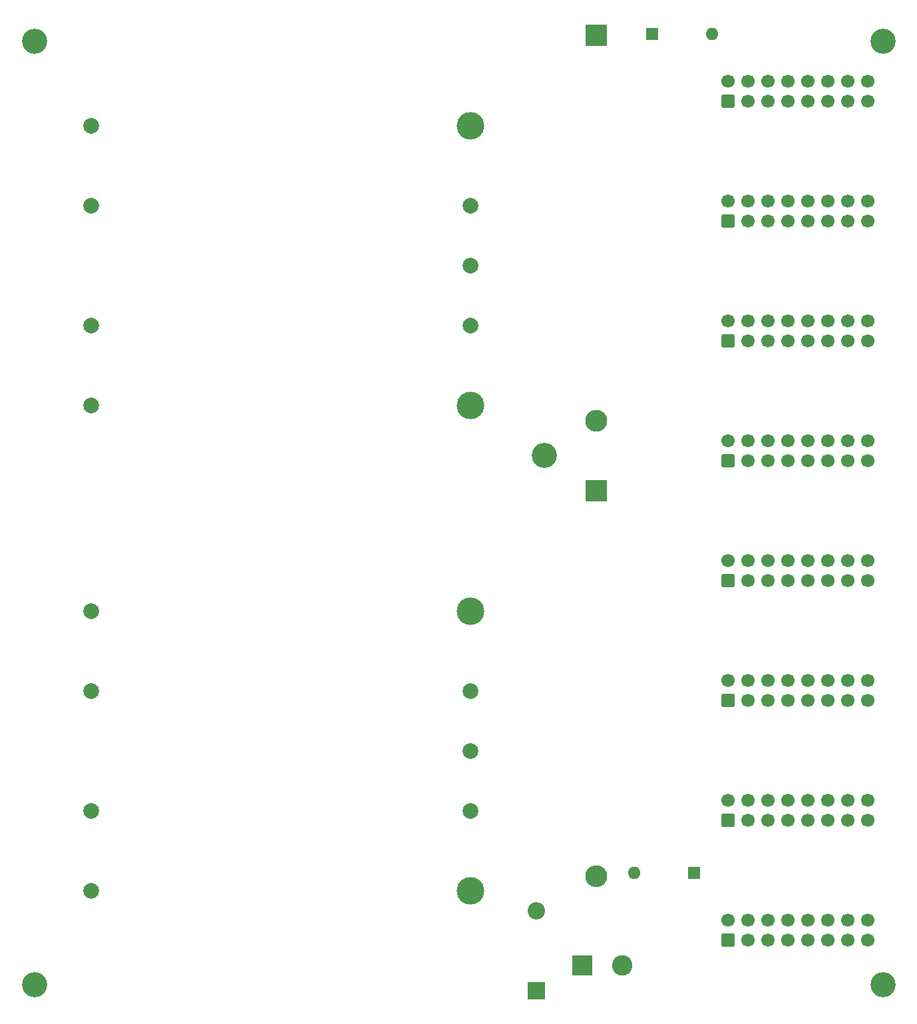
<source format=gbs>
%TF.GenerationSoftware,KiCad,Pcbnew,(6.0.0)*%
%TF.CreationDate,2022-06-27T07:24:41-07:00*%
%TF.ProjectId,pwr2,70777232-2e6b-4696-9361-645f70636258,rev?*%
%TF.SameCoordinates,Original*%
%TF.FileFunction,Soldermask,Bot*%
%TF.FilePolarity,Negative*%
%FSLAX46Y46*%
G04 Gerber Fmt 4.6, Leading zero omitted, Abs format (unit mm)*
G04 Created by KiCad (PCBNEW (6.0.0)) date 2022-06-27 07:24:41*
%MOMM*%
%LPD*%
G01*
G04 APERTURE LIST*
G04 Aperture macros list*
%AMRoundRect*
0 Rectangle with rounded corners*
0 $1 Rounding radius*
0 $2 $3 $4 $5 $6 $7 $8 $9 X,Y pos of 4 corners*
0 Add a 4 corners polygon primitive as box body*
4,1,4,$2,$3,$4,$5,$6,$7,$8,$9,$2,$3,0*
0 Add four circle primitives for the rounded corners*
1,1,$1+$1,$2,$3*
1,1,$1+$1,$4,$5*
1,1,$1+$1,$6,$7*
1,1,$1+$1,$8,$9*
0 Add four rect primitives between the rounded corners*
20,1,$1+$1,$2,$3,$4,$5,0*
20,1,$1+$1,$4,$5,$6,$7,0*
20,1,$1+$1,$6,$7,$8,$9,0*
20,1,$1+$1,$8,$9,$2,$3,0*%
G04 Aperture macros list end*
%ADD10C,2.000000*%
%ADD11C,3.500000*%
%ADD12R,2.200000X2.200000*%
%ADD13O,2.200000X2.200000*%
%ADD14RoundRect,0.250000X0.600000X-0.600000X0.600000X0.600000X-0.600000X0.600000X-0.600000X-0.600000X0*%
%ADD15C,1.700000*%
%ADD16C,3.200000*%
%ADD17C,2.600000*%
%ADD18R,2.600000X2.600000*%
%ADD19R,2.800000X2.800000*%
%ADD20O,2.800000X2.800000*%
%ADD21R,1.600000X1.600000*%
%ADD22O,1.600000X1.600000*%
G04 APERTURE END LIST*
D10*
X67569000Y-106152000D03*
X67569000Y-116312000D03*
X67569000Y-131552000D03*
X67569000Y-141712000D03*
D11*
X115829000Y-141712000D03*
D10*
X115829000Y-131552000D03*
X115829000Y-123932000D03*
X115829000Y-116312000D03*
D11*
X115829000Y-106152000D03*
D10*
X67569000Y-44430000D03*
X67569000Y-54590000D03*
X67569000Y-69830000D03*
X67569000Y-79990000D03*
D11*
X115829000Y-79990000D03*
D10*
X115829000Y-69830000D03*
X115829000Y-62210000D03*
X115829000Y-54590000D03*
D11*
X115829000Y-44430000D03*
D12*
X124206000Y-154432000D03*
D13*
X124206000Y-144272000D03*
D14*
X148590000Y-147955000D03*
D15*
X148590000Y-145415000D03*
X151130000Y-147955000D03*
X151130000Y-145415000D03*
X153670000Y-147955000D03*
X153670000Y-145415000D03*
X156210000Y-147955000D03*
X156210000Y-145415000D03*
X158750000Y-147955000D03*
X158750000Y-145415000D03*
X161290000Y-147955000D03*
X161290000Y-145415000D03*
X163830000Y-147955000D03*
X163830000Y-145415000D03*
X166370000Y-147955000D03*
X166370000Y-145415000D03*
D14*
X148590000Y-117475000D03*
D15*
X148590000Y-114935000D03*
X151130000Y-117475000D03*
X151130000Y-114935000D03*
X153670000Y-117475000D03*
X153670000Y-114935000D03*
X156210000Y-117475000D03*
X156210000Y-114935000D03*
X158750000Y-117475000D03*
X158750000Y-114935000D03*
X161290000Y-117475000D03*
X161290000Y-114935000D03*
X163830000Y-117475000D03*
X163830000Y-114935000D03*
X166370000Y-117475000D03*
X166370000Y-114935000D03*
D16*
X125222000Y-86360000D03*
X168275000Y-33655000D03*
D17*
X135123000Y-151176000D03*
D18*
X130043000Y-151176000D03*
D16*
X168275000Y-153670000D03*
D14*
X148590000Y-71755000D03*
D15*
X148590000Y-69215000D03*
X151130000Y-71755000D03*
X151130000Y-69215000D03*
X153670000Y-71755000D03*
X153670000Y-69215000D03*
X156210000Y-71755000D03*
X156210000Y-69215000D03*
X158750000Y-71755000D03*
X158750000Y-69215000D03*
X161290000Y-71755000D03*
X161290000Y-69215000D03*
X163830000Y-71755000D03*
X163830000Y-69215000D03*
X166370000Y-71755000D03*
X166370000Y-69215000D03*
D19*
X131826000Y-90816000D03*
D20*
X131826000Y-139816000D03*
D21*
X144272000Y-139446000D03*
D22*
X136652000Y-139446000D03*
D16*
X60325000Y-153670000D03*
D21*
X138938000Y-32766000D03*
D22*
X146558000Y-32766000D03*
D19*
X131826000Y-32904000D03*
D20*
X131826000Y-81904000D03*
D14*
X148590000Y-132715000D03*
D15*
X148590000Y-130175000D03*
X151130000Y-132715000D03*
X151130000Y-130175000D03*
X153670000Y-132715000D03*
X153670000Y-130175000D03*
X156210000Y-132715000D03*
X156210000Y-130175000D03*
X158750000Y-132715000D03*
X158750000Y-130175000D03*
X161290000Y-132715000D03*
X161290000Y-130175000D03*
X163830000Y-132715000D03*
X163830000Y-130175000D03*
X166370000Y-132715000D03*
X166370000Y-130175000D03*
D16*
X60325000Y-33655000D03*
D14*
X148590000Y-56515000D03*
D15*
X148590000Y-53975000D03*
X151130000Y-56515000D03*
X151130000Y-53975000D03*
X153670000Y-56515000D03*
X153670000Y-53975000D03*
X156210000Y-56515000D03*
X156210000Y-53975000D03*
X158750000Y-56515000D03*
X158750000Y-53975000D03*
X161290000Y-56515000D03*
X161290000Y-53975000D03*
X163830000Y-56515000D03*
X163830000Y-53975000D03*
X166370000Y-56515000D03*
X166370000Y-53975000D03*
D14*
X148590000Y-102235000D03*
D15*
X148590000Y-99695000D03*
X151130000Y-102235000D03*
X151130000Y-99695000D03*
X153670000Y-102235000D03*
X153670000Y-99695000D03*
X156210000Y-102235000D03*
X156210000Y-99695000D03*
X158750000Y-102235000D03*
X158750000Y-99695000D03*
X161290000Y-102235000D03*
X161290000Y-99695000D03*
X163830000Y-102235000D03*
X163830000Y-99695000D03*
X166370000Y-102235000D03*
X166370000Y-99695000D03*
D14*
X148590000Y-41275000D03*
D15*
X148590000Y-38735000D03*
X151130000Y-41275000D03*
X151130000Y-38735000D03*
X153670000Y-41275000D03*
X153670000Y-38735000D03*
X156210000Y-41275000D03*
X156210000Y-38735000D03*
X158750000Y-41275000D03*
X158750000Y-38735000D03*
X161290000Y-41275000D03*
X161290000Y-38735000D03*
X163830000Y-41275000D03*
X163830000Y-38735000D03*
X166370000Y-41275000D03*
X166370000Y-38735000D03*
D14*
X148590000Y-86995000D03*
D15*
X148590000Y-84455000D03*
X151130000Y-86995000D03*
X151130000Y-84455000D03*
X153670000Y-86995000D03*
X153670000Y-84455000D03*
X156210000Y-86995000D03*
X156210000Y-84455000D03*
X158750000Y-86995000D03*
X158750000Y-84455000D03*
X161290000Y-86995000D03*
X161290000Y-84455000D03*
X163830000Y-86995000D03*
X163830000Y-84455000D03*
X166370000Y-86995000D03*
X166370000Y-84455000D03*
M02*

</source>
